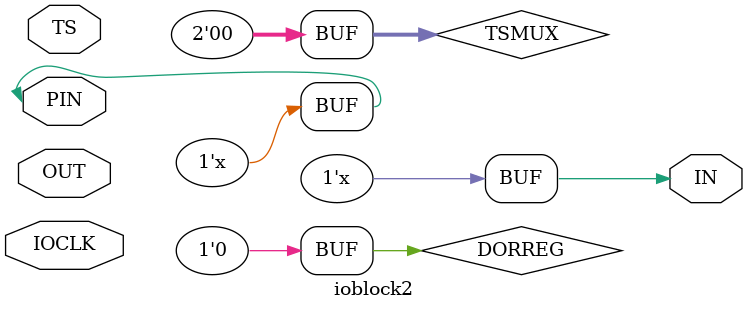
<source format=v>
module ioblock2(
	       inout  PIN,
	       input  TS,
	       input  OUT,
	       output IN,
	       input IOCLK
	       );
   
   reg 		     D;
   reg [2-1:0] 	     TSMUX;
   reg 		     DORREG;

   assign PIN = ( TSMUX == 2'b00 ) ? 1'bz : (( TSMUX == 2'b01 && TS == 1'b1 ) ? OUT : (( TSMUX == 2'b01 && TS == 1'b0 ) ? 1'bz : OUT));
   assign IN  = ( DORREG == 1'b0 ) ? PIN  : D;
   
   initial
     begin
	D=1'b0;
	TSMUX=2'b00;
	DORREG=1'b0;
     end
   
   always @(posedge IOCLK) D=PIN;
   
endmodule       

</source>
